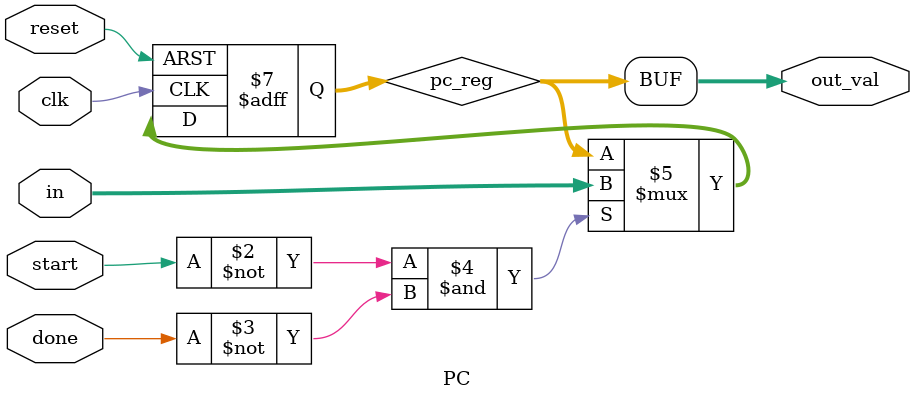
<source format=sv>
module PC(
        input logic [11:0]  in,
        input logic     clk,
                        reset,
                        start,
                        done,
        //TBD
        output logic [11:0] out_val
    );

    logic [11:0] pc_reg; 
    
    assign out_val = pc_reg;

    always_ff @(posedge clk or posedge reset) begin
        if(reset) begin
            pc_reg <= 12'd0;
        end else begin
            if(~start & ~done)
                pc_reg <= in;
        end
    end

endmodule
</source>
